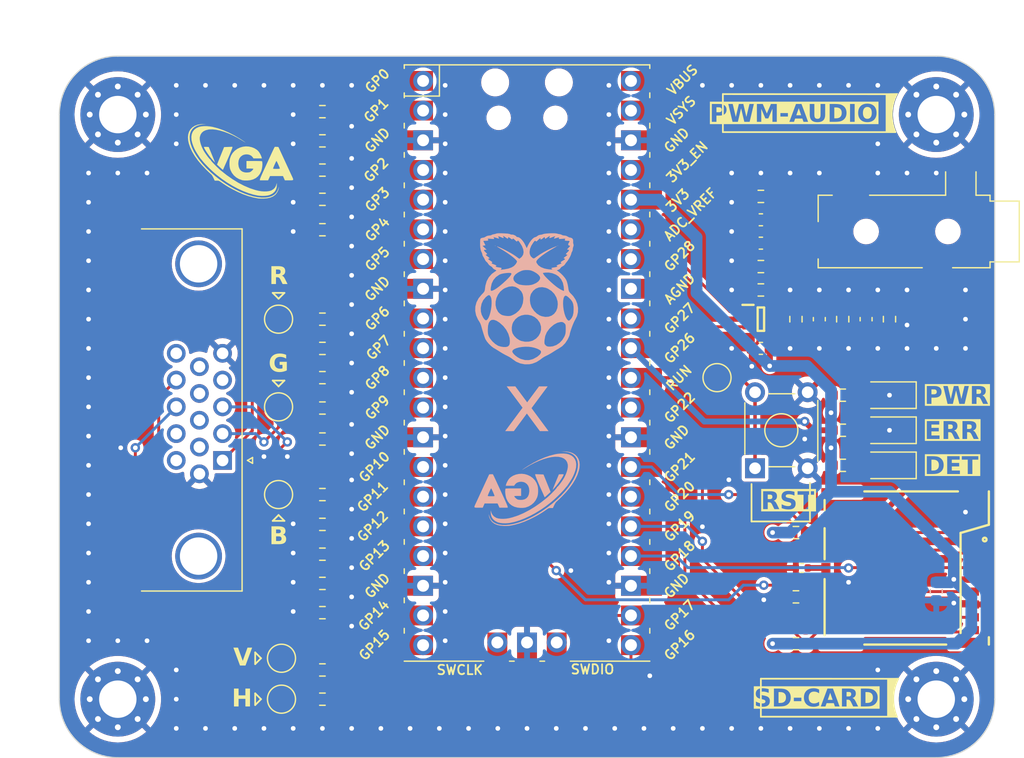
<source format=kicad_pcb>
(kicad_pcb (version 20221018) (generator pcbnew)
  (layers (0 "F.Cu" signal) (31 "B.Cu" signal) (34 "B.Paste" user) (35 "F.Paste" user) (36 "B.SilkS" user "B.Silkscreen") (37 "F.SilkS" user "F.Silkscreen") (38 "B.Mask" user) (39 "F.Mask" user) (44 "Edge.Cuts" user))
  (net 0 "")
  (net 1 "+3V3")
  (net 2 "GND")
  (net 3 "Net-(C3-Pad1)")
  (net 4 "Net-(C4-Pad2)")
  (net 5 "Net-(C5-Pad1)")
  (net 6 "Net-(C6-Pad2)")
  (net 7 "Net-(D1-K)")
  (net 8 "Net-(D1-A)")
  (net 9 "/SD_ERR_LED")
  (net 10 "/GPIO28")
  (net 11 "/GPIO27")
  (net 12 "Net-(IC1-Y2)")
  (net 13 "Net-(IC1-Y1)")
  (net 14 "/VGA_R")
  (net 15 "/VGA_G")
  (net 16 "/VGA_B")
  (net 20 "/HSYNC")
  (net 21 "/VSYNC")
  (net 23 "/SD_DAT2")
  (net 24 "/SD_DAT3")
  (net 25 "/SD_CMD")
  (net 26 "/SD_CLK")
  (net 27 "/SD_DAT0")
  (net 28 "/SD_DAT1")
  (net 29 "Net-(J2-SHIELD)")
  (net 30 "/GPIO4")
  (net 31 "/GPIO3")
  (net 32 "/GPIO2")
  (net 33 "/GPIO1")
  (net 34 "/GPIO0")
  (net 35 "/GPIO10")
  (net 36 "/GPIO9")
  (net 37 "/GPIO8")
  (net 38 "/GPIO7")
  (net 39 "/GPIO6")
  (net 40 "/GPIO15")
  (net 41 "/GPIO14")
  (net 42 "/GPIO13")
  (net 43 "/GPIO12")
  (net 44 "/GPIO11")
  (net 45 "Net-(U1-GPIO16)")
  (net 46 "Net-(U1-GPIO17)")
  (net 47 "Net-(U1-RUN)")
  (net 55 "Net-(D2-A)")
  (net 56 "Net-(D3-A)")
  (footprint "Module:RPi_Pico_SMD_TH" (layer "F.Cu") (at 155 81.25)
    (fp_text reference "U1" hide)
    (fp_text value "Pico")
  )
  (footprint "SamacSys_Parts:503398-1892" (layer "F.Cu") (at 194.5 92.23 -90)
    (fp_text reference "J2" hide)
    (fp_text value "Micro_SD_Card_Det1" hide)
  )
  (footprint "Resistor_SMD:R_0603_1608Metric" (layer "F.Cu") (at 178 95.75)
    (fp_text reference "R18" hide)
    (fp_text value "10k")
  )
  (footprint "Capacitor_SMD:C_0603_1608Metric" (layer "F.Cu") (at 180 77.5 90)
    (fp_text reference "C3" hide)
    (fp_text value "100n")
  )
  (footprint "TestPoint:TestPoint_Pad_D2.0mm" (layer "F.Cu") (at 133.75 92.5)
    (fp_text reference "TP3" hide)
    (fp_text value "TestPoint")
  )
  (footprint "Resistor_SMD:R_0603_1608Metric" (layer "F.Cu") (at 137.5 82.5 180)
    (fp_text reference "R8" hide)
    (fp_text value "2k")
  )
  (footprint "Resistor_SMD:R_0603_1608Metric" (layer "F.Cu") (at 137.5 59.75 180)
    (fp_text reference "R5" hide)
    (fp_text value "8.06k")
  )
  (footprint "Resistor_SMD:R_0603_1608Metric" (layer "F.Cu") (at 137.5 102.6 180)
    (fp_text reference "R11" hide)
    (fp_text value "499")
  )
  (footprint "TestPoint:TestPoint_Pad_D2.0mm" (layer "F.Cu") (at 133.75 85)
    (fp_text reference "TP2" hide)
    (fp_text value "TestPoint")
  )
  (footprint "Resistor_SMD:R_0603_1608Metric" (layer "F.Cu") (at 137.5 107.5 180)
    (fp_text reference "R17" hide)
    (fp_text value "47")
  )
  (footprint "Resistor_SMD:R_0603_1608Metric" (layer "F.Cu") (at 137.5 95.05 180)
    (fp_text reference "R14" hide)
    (fp_text value "4.02k")
  )
  (footprint "Resistor_SMD:R_0603_1608Metric" (layer "F.Cu") (at 137.5 110 180)
    (fp_text reference "R16" hide)
    (fp_text value "47")
  )
  (footprint "Resistor_SMD:R_0603_1608Metric" (layer "F.Cu") (at 182 87)
    (fp_text reference "R30" hide)
    (fp_text value "Dim")
  )
  (footprint "TestPoint:TestPoint_Pad_D2.0mm" (layer "F.Cu") (at 134 106.5 90)
    (fp_text reference "TP5" hide)
    (fp_text value "TestPoint")
  )
  (footprint "Resistor_SMD:R_0603_1608Metric" (layer "F.Cu") (at 137.5 92.5 180)
    (fp_text reference "R15" hide)
    (fp_text value "8.06k")
  )
  (footprint "Resistor_SMD:R_0603_1608Metric" (layer "F.Cu") (at 137.5 97.6 180)
    (fp_text reference "R13" hide)
    (fp_text value "2k")
  )
  (footprint "Capacitor_SMD:C_0603_1608Metric" (layer "F.Cu") (at 175 80 180)
    (fp_text reference "C2" hide)
    (fp_text value "100n")
  )
  (footprint "Resistor_SMD:R_0603_1608Metric" (layer "F.Cu") (at 137.5 80 180)
    (fp_text reference "R9" hide)
    (fp_text value "4.02k")
  )
  (footprint "Package_SO:SOP65P210X110-6N" (layer "F.Cu") (at 175 77.5)
    (fp_text reference "IC1" hide)
    (fp_text value "NC7WZ17P6X" hide)
  )
  (footprint "LED_SMD:LED_1206_3216Metric" (layer "F.Cu") (at 186 87 180)
    (fp_text reference "D3" hide)
    (fp_text value "LED")
  )
  (footprint "Resistor_SMD:R_0603_1608Metric" (layer "F.Cu") (at 178 105.25)
    (fp_text reference "R19" hide)
    (fp_text value "10k")
  )
  (footprint "Resistor_SMD:R_0603_1608Metric" (layer "F.Cu") (at 137.5 62.25 180)
    (fp_text reference "R4" hide)
    (fp_text value "4.02k")
  )
  (footprint "Button_Switch_THT:SW_TH_Tactile_Omron_B3F-10xx" (layer "F.Cu") (at 174.5 90.25 90)
    (fp_text reference "SW1" hide)
    (fp_text value "SW_MEC_5E")
  )
  (footprint "Resistor_SMD:R_0603_1608Metric" (layer "F.Cu") (at 137.5 64.75 180)
    (fp_text reference "R3" hide)
    (fp_text value "2k")
  )
  (footprint "Resistor_SMD:R_0603_1608Metric" (layer "F.Cu") (at 137.5 85.1 180)
    (fp_text reference "R7" hide)
    (fp_text value "1k")
  )
  (footprint "MountingHole:MountingHole_3.2mm_M3_Pad_Via" (layer "F.Cu") (at 120 60)
    (fp_text reference "H1" hide)
    (fp_text value "MountingHole_Pad")
  )
  (footprint "TestPoint:TestPoint_Pad_D2.0mm" (layer "F.Cu") (at 171.25 82.5)
    (fp_text reference "TP11" hide)
    (fp_text value "TestPoint")
  )
  (footprint "Symbol:VGA" (layer "F.Cu") (at 130.5 64)
    (fp_text reference "G***" hide)
    (fp_text value "LOGO" hide)
  )
  (footprint "Connector_Dsub:DSUB-15-HD_Female_Horizontal_P2.29x1.98mm_EdgePinOffset3.03mm_Housed_MountingHolesOffset4.94mm" (layer "F.Cu") (at 128.96 89.58 -90)
    (fp_text reference "J1" hide)
    (fp_text value "DE15_Plug_HighDensity")
  )
  (footprint "Resistor_SMD:R_0603_1608Metric" (layer "F.Cu") (at 175 75 180)
    (fp_text reference "R24" hide)
    (fp_text value "220")
  )
  (footprint "MountingHole:MountingHole_3.2mm_M3_Pad_Via" (layer "F.Cu") (at 120 110)
    (fp_text reference "H3" hide)
    (fp_text value "MountingHole_Pad")
  )
  (footprint "TestPoint:TestPoint_Pad_D2.0mm" (layer "F.Cu") (at 133.75 77.5)
    (fp_text reference "TP1" hide)
    (fp_text value "TestPoint")
  )
  (footprint "MountingHole:MountingHole_3.2mm_M3_Pad_Via" (layer "F.Cu") (at 190 60)
    (fp_text reference "H2" hide)
    (fp_text value "MountingHole_Pad")
  )
  (footprint "Resistor_SMD:R_0603_1608Metric" (layer "F.Cu") (at 137.5 69.85 180)
    (fp_text reference "R1" hide)
    (fp_text value "499")
  )
  (footprint "MountingHole:MountingHole_3.2mm_M3_Pad_Via" (layer "F.Cu") (at 190 110)
    (fp_text reference "H4" hide)
    (fp_text value "MountingHole_Pad")
  )
  (footprint "LED_SMD:LED_1206_3216Metric" (layer "F.Cu") (at 186 84 180)
    (fp_text reference "D2" hide)
    (fp_text value "LED")
  )
  (footprint "Resistor_SMD:R_0603_1608Metric" (layer "F.Cu") (at 137.5 77.5 180)
    (fp_text reference "R10" hide)
    (fp_text value "8.06k")
  )
  (footprint "Capacitor_SMD:C_0603_1608Metric" (layer "F.Cu") (at 175 71)
    (fp_text reference "C5" hide)
    (fp_text value "100n")
  )
  (footprint "Connector_Audio:Jack_3.5mm_CUI_SJ-3524-SMT_Horizontal" (layer "F.Cu") (at 188.5 70 -90)
    (fp_text reference "J3" hide)
    (fp_text value "AudioJack3")
  )
  (footprint "Capacitor_SMD:C_0603_1608Metric" (layer "F.Cu") (at 175 69)
    (fp_text reference "C6" hide)
    (fp_text value "47u")
  )
  (footprint "Resistor_SMD:R_0603_1608Metric" (layer "F.Cu") (at 178 77.5 -90)
    (fp_text reference "R25" hide)
    (fp_text value "220")
  )
  (footprint "Resistor_SMD:R_0603_1608Metric" (layer "F.Cu") (at 182 77.5 -90)
    (fp_text reference "R27" hide)
    (fp_text value "100")
  )
  (footprint "Resistor_SMD:R_0603_1608Metric" (layer "F.Cu") (at 175 73 180)
    (fp_text reference "R26" hide)
    (fp_text value "100")
  )
  (footprint "LED_SMD:LED_1206_3216Metric" (layer "F.Cu") (at 186 90 180)
    (fp_text reference "D1" hide)
    (fp_text value "LED")
  )
  (footprint "TestPoint:TestPoint_Pad_D2.0mm" (layer "F.Cu") (at 134 110 90)
    (fp_text reference "TP4" hide)
    (fp_text value "TestPoint")
  )
  (footprint "Resistor_SMD:R_0603_1608Metric" (layer "F.Cu") (at 186 77.5 90)
    (fp_text reference "R28" hide)
    (fp_text value "1.8k")
  )
  (footprint "Resistor_SMD:R_0603_1608Metric" (layer "F.Cu") (at 137.5 87.75 180)
    (fp_text reference "R6" hide)
    (fp_text value "499")
  )
  (footprint "Resistor_SMD:R_0603_1608Metric" (layer "F.Cu") (at 182 90)
    (fp_text reference "R21" hide)
    (fp_text value "Dim")
  )
  (footprint "Resistor_SMD:R_0402_1005Metric" (layer "F.Cu") (at 178.5 98.78)
    (fp_text reference "R22" hide)
    (fp_text value "R_Smol")
  )
  (footprint "Resistor_SMD:R_0603_1608Metric" (layer "F.Cu") (at 137.5 67.25 180)
    (fp_text reference "R2" hide)
    (fp_text value "1k")
  )
  (footprint "Resistor_SMD:R_0603_1608Metric" (layer "F.Cu") (at 175 67)
    (fp_text reference "R29" hide)
    (fp_text value "1.8k")
  )
  (footprint "Capacitor_SMD:C_0603_1608Metric" (layer "F.Cu") (at 184 77.5 90)
    (fp_text reference "C4" hide)
    (fp_text value "47u")
  )
  (footprint "Resistor_SMD:R_0603_1608Metric" (layer "F.Cu") (at 178 101.25 180)
    (fp_text reference "R20" hide)
    (fp_text value "n.b.")
  )
  (footprint "Resistor_SMD:R_0603_1608Metric" (layer "F.Cu") (at 182 84 180)
    (fp_text reference "R23" hide)
    (fp_text value "Dim")
  )
  (footprint "Resistor_SMD:R_0603_1608Metric" (layer "F.Cu") (at 137.5 100.1 180)
    (fp_text reference "R12" hide)
    (fp_text value "1k")
  )
  (footprint "Symbol:VGA" (layer "B.Cu") (at 155 92 180)
    (fp_text reference "G***" hide)
    (fp_text value "LOGO" hide)
  )
  (footprint "Symbol:RasPi" (layer "B.Cu") (at 155 75.75 180)
    (fp_text reference "G***" hide)
    (fp_text value "LOGO" hide)
  )
  (footprint "Capacitor_SMD:C_0603_1608Metric" (layer "B.Cu") (at 190 100.78 -90)
    (fp_text reference "C1" hide)
    (fp_text value "10u")
  )
  (gr_line (start 171.75 61.5) (end 171.75 58.25) (stroke (width 0.15)) (layer "F.SilkS"))
  (gr_line (start 186.739271 108.257346) (end 175 108.25) (stroke (width 0.15)) (layer "F.SilkS"))
  (gr_line (start 131.75 109.5) (end 132.25 110) (stroke (width 0.15)) (layer "F.SilkS"))
  (gr_line (start 132.25 106.5) (end 131.75 107) (stroke (width 0.15)) (layer "F.SilkS"))
  (gr_poly (pts (arc (start 186.739271 108.257346) (mid 186.319476 109.865893) (end 186.625 111.5)) (xy 185.874999 111.45) (xy 185.874999 108.275)) (stroke (width 0.15)) (fill solid) (layer "F.SilkS"))
  (gr_line (start 175 111.5) (end 186.625 111.5) (stroke (width 0.15)) (layer "F.SilkS"))
  (gr_line (start 133.25 82.75) (end 134.25 82.75) (stroke (width 0.15)) (layer "F.SilkS"))
  (gr_line (start 133.75 94.25) (end 134.25 94.75) (stroke (width 0.15)) (layer "F.SilkS"))
  (gr_line (start 133.75 75.75) (end 133.25 75.25) (stroke (width 0.15)) (layer "F.SilkS"))
  (gr_line (start 175 111.5) (end 175 108.25) (stroke (width 0.15)) (layer "F.SilkS"))
  (gr_line (start 134.25 94.75) (end 133.25 94.75) (stroke (width 0.15)) (layer "F.SilkS"))
  (gr_line (start 171.75 61.5) (end 186.500001 61.5) (stroke (width 0.15)) (layer "F.SilkS"))
  (gr_line (start 132.25 110) (end 131.75 110.5) (stroke (width 0.15)) (layer "F.SilkS"))
  (gr_line (start 134.25 75.25) (end 133.75 75.75) (stroke (width 0.15)) (layer "F.SilkS"))
  (gr_line (start 186.614272 58.257346) (end 171.75 58.25) (stroke (width 0.15)) (layer "F.SilkS"))
  (gr_line (start 131.75 110.5) (end 131.75 109.5) (stroke (width 0.15)) (layer "F.SilkS"))
  (gr_line (start 179.2 91.5) (end 179.2 94.8) (stroke (width 0.15)) (layer "F.SilkS"))
  (gr_line (start 133.25 94.75) (end 133.75 94.25) (stroke (width 0.15)) (layer "F.SilkS"))
  (gr_poly (pts (arc (start 186.614272 58.257346) (mid 186.194477 59.865893) (end 186.500001 61.5)) (xy 185.75 61.45) (xy 185.75 58.275)) (stroke (width 0.15)) (fill solid) (layer "F.SilkS"))
  (gr_line (start 131.75 106) (end 132.25 106.5) (stroke (width 0.15)) (layer "F.SilkS"))
  (gr_line (start 133.25 75.25) (end 134.25 75.25) (stroke (width 0.15)) (layer "F.SilkS"))
  (gr_line (start 179.2 94.8) (end 174.2 94.8) (stroke (width 0.15)) (layer "F.SilkS"))
  (gr_line (start 134.25 82.75) (end 133.75 83.25) (stroke (width 0.15)) (layer "F.SilkS"))
  (gr_line (start 133.75 83.25) (end 133.25 82.75) (stroke (width 0.15)) (layer "F.SilkS"))
  (gr_line (start 174.2 91.6) (end 174.2 94.8) (stroke (width 0.15)) (layer "F.SilkS"))
  (gr_line (start 131.75 107) (end 131.75 106) (stroke (width 0.15)) (layer "F.SilkS"))
  (gr_line (start 120 55) (end 190 55) (stroke (width 0.1)) (layer "Edge.Cuts"))
  (gr_arc (start 115 60) (mid 116.464466 56.464466) (end 120 55) (stroke (width 0.1)) (layer "Edge.Cuts"))
  (gr_arc (start 190 55) (mid 193.535534 56.464466) (end 195 60) (stroke (width 0.1)) (layer "Edge.Cuts"))
  (gr_line (start 195 60) (end 195 110) (stroke (width 0.1)) (layer "Edge.Cuts"))
  (gr_line (start 115 110) (end 115 60) (stroke (width 0.1)) (layer "Edge.Cuts"))
  (gr_line (start 190 115) (end 120 115) (stroke (width 0.1)) (layer "Edge.Cuts"))
  (gr_arc (start 120 115) (mid 116.464466 113.535534) (end 115 110) (stroke (width 0.1)) (layer "Edge.Cuts"))
  (gr_arc (start 195 110) (mid 193.535534 113.535534) (end 190 115) (stroke (width 0.1)) (layer "Edge.Cuts"))
  (gr_text "x" (at 155 85) (layer "B.SilkS") (effects (font (size 5 5) (thickness 0.7))))
  (gr_text "DET" (at 189 91) (layer "F.SilkS" knockout) (effects (font (size 1.5 1.5) (thickness 0.3) bold) (justify left bottom)))
  (gr_text "R" (at 133.75 74.75) (layer "F.SilkS") (effects (font (size 1.5 1.5) (thickness 0.3) bold) (justify bottom)))
  (gr_text "ERR" (at 189 88) (layer "F.SilkS" knockout) (effects (font (size 1.5 1.5) (thickness 0.3) bold) (justify left bottom)))
  (gr_text "PWM-AUDIO" (at 185 60) (layer "F.SilkS" knockout) (effects (font (size 1.5 1.5) (thickness 0.3) bold) (justify right)))
  (gr_text "G" (at 133.75 82.25) (layer "F.SilkS") (effects (font (size 1.5 1.5) (thickness 0.3) bold) (justify bottom)))
  (gr_text "H" (at 131.5 110) (layer "F.SilkS") (effects (font (size 1.5 1.5) (thickness 0.3) bold) (justify right)))
  (gr_text "B" (at 133.75 97) (layer "F.SilkS") (effects (font (size 1.5 1.5) (thickness 0.3) bold) (justify bottom)))
  (gr_text "SD-CARD" (at 185.1 110) (layer "F.SilkS" knockout) (effects (font (size 1.5 1.5) (thickness 0.3) bold) (justify right)))
  (gr_text "PWR" (at 189 85) (layer "F.SilkS" knockout) (effects (font (size 1.5 1.5) (thickness 0.3) bold) (justify left bottom)))
  (gr_text "RST" (at 175 94) (layer "F.SilkS" knockout) (effects (font (size 1.5 1.5) (thickness 0.3) bold) (justify left bottom)))
  (gr_text "V" (at 131.5 106.5) (layer "F.SilkS") (effects (font (size 1.5 1.5) (thickness 0.3) bold) (justify right)))
  (segment (start 191.5 99.75) (end 193.05 99.75) (width 0.5) (layer "F.Cu") (net 1))
  (segment (start 175.325 77.5) (end 175.275 77.55) (width 0.3) (layer "F.Cu") (net 1))
  (segment (start 175.275 77.55) (end 175.275 79.5) (width 0.3) (layer "F.Cu") (net 1))
  (segment (start 181 88.5) (end 181.175 88.675) (width 0.5) (layer "F.Cu") (net 1))
  (segment (start 181.175 85.325) (end 181.175 84) (width 0.5) (layer "F.Cu") (net 1))
  (segment (start 175.775 81.475) (end 175.75 81.5) (width 0.5) (layer "F.Cu") (net 1))
  (segment (start 177.175 105.25) (end 176 105.25) (width 0.5) (layer "F.Cu") (net 1))
  (segment (start 175.775 80) (end 175.775 81.475) (width 0.5) (layer "F.Cu") (net 1))
  (segment (start 181.175 88.675) (end 181.175 90) (width 0.5) (layer "F.Cu") (net 1))
  (segment (start 176.1 77.5) (end 175.325 77.5) (width 0.3) (layer "F.Cu") (net 1))
  (segment (start 193.05 99.75) (end 193.1 99.7) (width 0.5) (layer "F.Cu") (net 1))
  (segment (start 175.275 79.5) (end 175.775 80) (width 0.3) (layer "F.Cu") (net 1))
  (segment (start 181 85.5) (end 181.175 85.325) (width 0.5) (layer "F.Cu") (net 1))
  (segment (start 177.175 95.75) (end 176 95.75) (width 0.5) (layer "F.Cu") (net 1))
  (via (at 175.75 81.5) (size 0.8) (drill 0.4) (layers "F.Cu" "B.Cu") (net 1))
  (via (at 191.5 99.75) (size 0.8) (drill 0.4) (layers "F.Cu" "B.Cu") (net 1))
  (via (at 181 88.5) (size 0.8) (drill 0.4) (layers "F.Cu" "B.Cu") (net 1))
  (via (at 181 85.5) (size 0.8) (drill 0.4) (layers "F.Cu" "B.Cu") (net 1))
  (via (at 176 105.25) (size 0.8) (drill 0.4) (layers "F.Cu" "B.Cu") (net 1))
  (via (at 176 95.75) (size 0.8) (drill 0.4) (layers "F.Cu" "B.Cu") (net 1))
  (segment (start 181 92.25) (end 186 92.25) (width 1) (layer "B.Cu") (net 1))
  (segment (start 193 101.25) (end 193 104) (width 1) (layer "B.Cu") (net 1))
  (segment (start 181 85.5) (end 181 83.557968) (width 1) (layer "B.Cu") (net 1))
  (segment (start 193 104) (end 191.75 105.25) (width 1) (layer "B.Cu") (net 1))
  (segment (start 169.5 70.5) (end 169.5 75.25) (width 1) (layer "B.Cu") (net 1))
  (segment (start 166.28 67.28) (end 169.5 70.5) (width 1) (layer "B.Cu") (net 1))
  (segment (start 181 83.557968) (end 178.942032 81.5) (width 1) (layer "B.Cu") (net 1))
  (segment (start 181 88.5) (end 181 85.5) (width 1) (layer "B.Cu") (net 1))
  (segment (start 163.89 67.28) (end 166.28 67.28) (width 1) (layer "B.Cu") (net 1))
  (segment (start 191.5 97.75) (end 191.5 99.75) (width 1) (layer "B.Cu") (net 1))
  (segment (start 177.5 95.75) (end 181 92.25) (width 1) (layer "B.Cu") (net 1))
  (segment (start 190 100.005) (end 191.245 100.005) (width 1) (layer "B.Cu") (net 1))
  (segment (start 186 92.25) (end 191.5 97.75) (width 1) (layer "B.Cu") (net 1))
  (segment (start 191.5 99.75) (end 193 101.25) (width 1) (layer "B.Cu") (net 1))
  (segment (start 169.5 75.25) (end 175.75 81.5) (width 1) (layer "B.Cu") (net 1))
  (segment (start 191.245 100.005) (end 191.5 99.75) (width 1) (layer "B.Cu") (net 1))
  (segment (start 176 95.75) (end 177.5 95.75) (width 1) (layer "B.Cu") (net 1))
  (segment (start 178.942032 81.5) (end 175.75 81.5) (width 1) (layer "B.Cu") (net 1))
  (segment (start 181 88.5) (end 181 92.25) (width 1) (layer "B.Cu") (net 1))
  (segment (start 191.75 105.25) (end 176 105.25) (width 1) (layer "B.Cu") (net 1))
  (segment (start 174.225 81.525) (end 174.222182 81.527818) (width 0.5) (layer "F.Cu") (net 2))
  (segment (start 193.1 101.9) (end 192.98 101.78) (width 0.5) (layer "F.Cu") (net 2))
  (segment (start 192.98 101.78) (end 191.5 101.78) (width 0.5) (layer "F.Cu") (net 2))
  (segment (start 174.775 77.6) (end 174.775 79.45) (width 0.3) (layer "F.Cu") (net 2))
  (segment (start 186 78.325) (end 187.175 78.325) (width 0.5) (layer "F.Cu") (net 2))
  (segment (start 173.9 77.5) (end 174.675 77.5) (width 0.3) (layer "F.Cu") (net 2))
  (segment (start 174.225 80) (end 174.225 81.525) (width 0.5) (layer "F.Cu") (net 2))
  (segment (start 187.4 84) (end 186 84) (width 0.5) (layer "F.Cu") (net 2))
  (segment (start 187.175 78.325) (end 187.5 78) (width 0.5) (layer "F.Cu") (net 2))
  (segment (start 174.675 77.5) (end 174.775 77.6) (width 0.3) (layer "F.Cu") (net 2))
  (segment (start 187.4 87) (end 186 87) (width 0.5) (layer "F.Cu") (net 2))
  (segment (start 174.775 79.45) (end 174.225 80) (width 0.3) (layer "F.Cu") (net 2))
  (via (at 175 112.5) (size 0.8) (drill 0.4) (layers "F.Cu" "B.Cu") (net 2))
  (via (at 182.5 112.5) (size 0.8) (drill 0.4) (layers "F.Cu" "B.Cu") (net 2))
  (via (at 172.5 112.5) (size 0.8) (drill 0.4) (layers "F.Cu" "B.Cu") (net 2))
  (via (at 117.5 77.5) (size 0.8) (drill 0.4) (layers "F.Cu" "B.Cu") (net 2))
  (via (at 148 90) (size 0.8) (drill 0.4) (layers "F.Cu" "B.Cu") (net 2))
  (via (at 162 70) (size 0.8) (drill 0.4) (layers "F.Cu" "B.Cu") (net 2))
  (via (at 148 87.5) (size 0.8) (drill 0.4) (layers "F.Cu" "B.Cu") (net 2))
  (via (at 177.5 75) (size 0.8) (drill 0.4) (layers "F.Cu" "B.Cu") (net 2))
  (via (at 157.5 112.5) (size 0.8) (drill 0.4) (layers "F.Cu" "B.Cu") (net 2))
  (via (at 148 82.5) (size 0.8) (drill 0.4) (layers "F.Cu" "B.Cu") (net 2))
  (via (at 148 72.5) (size 0.8) (drill 0.4) (layers "F.Cu" "B.Cu") (net 2))
  (via (at 125 57.5) (size 0.8) (drill 0.4) (layers "F.Cu" "B.Cu") (net 2))
  (via (at 148 60) (size 0.8) (drill 0.4) (layers "F.Cu" "B.Cu") (net 2))
  (via (at 117.5 82.5) (size 0.8) (drill 0.4) (layers "F.Cu" "B.Cu") (net 2))
  (via (at 172.5 70) (size 0.8) (drill 0.4) (layers "F.Cu" "B.Cu") (net 2))
  (via (at 162 72.5) (size 0.8) (drill 0.4) (layers "F.Cu" "B.Cu") (net 2))
  (via (at 177.5 112.5) (size 0.8) (drill 0.4) (layers "F.Cu" "B.Cu") (net 2))
  (via (at 190 65) (size 0.8) (drill 0.4) (layers "F.Cu" "B.Cu") (net 2))
  (via (at 162 57.5) (size 0.8) (drill 0.4) (layers "F.Cu" "B.Cu") (net 2))
  (via (at 140 63.75) (size 0.8) (drill 0.4) (layers "F.Cu" "B.Cu") (net 2))
  (via (at 185 112.5) (size 0.8) (drill 0.4) (layers "F.Cu" "B.Cu") (net 2))
  (via (at 185 107.5) (size 0.8) (drill 0.4) (layers "F.Cu" "B.Cu") (net 2))
  (via (at 187.5 75) (size 0.8) (drill 0.4) (layers "F.Cu" "B.Cu") (net 2))
  (via (at 140 96.25) (size 0.8) (drill 0.4) (layers "F.Cu" "B.Cu") (net 2))
  (via (at 185 57.5) (size 0.8) (drill 0.4) (layers "F.Cu" "B.Cu") (net 2))
  (via (at 125 60) (size 0.8) (drill 0.4) (layers "F.Cu" "B.Cu") (net 2))
  (via (at 180 65) (size 0.8) (drill 0.4) (layers "F.Cu" "B.Cu") (net 2))
  (via (at 117.5 65) (size 0.8) (drill 0.4) (layers "F.Cu" "B.Cu") (net 2))
  (via (at 180 57.5) (size 0.8) (drill 0.4) (layers "F.Cu" "B.Cu") (net 2))
  (via (at 148 95) (size 0.8) (drill 0.4) (layers "F.Cu" "B.Cu") (net 2))
  (via (at 167.5 112.5) (size 0.8) (drill 0.4) (layers "F.Cu" "B.Cu") (net 2))
  (via (at 186 87) (size 0.8) (drill 0.4) (layers "F.Cu" "B.Cu") (net 2))
  (via (at 187.5 78) (size 0.8) (drill 0.4) (layers "F.Cu" "B.Cu") (net 2))
  (via (at 148 75) (size 0.8) (drill 0.4) (layers "F.Cu" "B.Cu") (net 2))
  (via (at 192.5 80) (size 0.8) (drill 0.4) (layers "F.Cu" "B.Cu") (net 2))
  (via (at 120 105) (size 0.8) (drill 0.4) (layers "F.Cu" "B.Cu") (net 2))
  (via (at 162 105) (size 0.8) (drill 0.4) (layers "F.Cu" "B.Cu") (net 2))
  (via (at 162 82.5) (size 0.8) (drill 0.4) (layers "F.Cu" "B.Cu") (net 2))
  (via (at 127.5 57.5) (size 0.8) (drill 0.4) (layers "F.Cu" "B.Cu") (net 2))
  (via (at 117.5 95) (size 0.8) (drill 0.4) (layers "F.Cu" "B.Cu") (net 2))
  (via (at 117.5 100) (size 0.8) (drill 0.4) (layers "F.Cu" "B.Cu") (net 2))
  (via (at 132.5 57.5) (size 0.8) (drill 0.4) (layers "F.Cu" "B.Cu") (net 2))
  (via (at 175 57.5) (size 0.8) (drill 0.4) (layers "F.Cu" "B.Cu") (net 2))
  (via (at 185 75) (size 0.8) (drill 0.4) (layers "F.Cu" "B.Cu") (net 2))
  (via (at 192.5 75) (size 0.8) (drill 0.4) (layers "F.Cu" "B.Cu") (net 2))
  (via (at 137.5 57.5) (size 0.8) (drill 0.4) (layers "F.Cu" "B.Cu") (net 2))
  (via (at 140 73.75) (size 0.8) (drill 0.4) (layers "F.Cu" "B.Cu") (net 2))
  (via (at 180 80) (size 0.8) (drill 0.4) (layers "F.Cu" "B.Cu") (net 2))
  (via (at 148 92.5) (size 0.8) (drill 0.4) (layers "F.Cu" "B.Cu") (net 2))
  (via (at 178.75 87.75) (size 0.8) (drill 0.4) (layers "F.Cu" "B.Cu") (net 2))
  (via (at 140 71.249998) (size 0.8) (drill 0.4) (layers "F.Cu" "B.Cu") (net 2))
  (via (at 170 112.5) (size 0.8) (drill 0.4) (layers "F.Cu" "B.Cu") (net 2))
  (via (at 135 57.5) (size 0.8) (drill 0.4) (layers "F.Cu" "B.Cu") (net 2))
  (via (at 140 101.250002) (size 0.8) (drill 0.4) (layers "F.Cu" "B.Cu") (net 2))
  (via (at 117.5 75) (size 0.8) (drill 0.4) (layers "F.Cu" "B.Cu") (net 2))
  (via (at 125 107.5) (size 0.8) (drill 0.4) (layers "F.Cu" "B.Cu") (net 2))
  (via (at 170 57.5) (size 0.8) (drill 0.4) (layers "F.Cu" "B.Cu") (net 2))
  (via (at 177.5 80) (size 0.8) (drill 0.4) (layers "F.Cu" "B.Cu") (net 2))
  (via (at 162 95) (size 0.8) (drill 0.4) (layers "F.Cu" "B.Cu") (net 2))
  (via (at 135 112.5) (size 0.8) (drill 0.4) (layers "F.Cu" "B.Cu") (net 2))
  (via (at 117.5 87.5) (size 0.8) (drill 0.4) (layers "F.Cu" "B.Cu") (net 2))
  (via (at 148 80) (size 0.8) (drill 0.4) (layers "F.Cu" "B.Cu") (net 2))
  (via (at 148 57.5) (size 0.8) (drill 0.4) (layers "F.Cu" "B.Cu") (net 2))
  (via (at 162 75) (size 0.8) (drill 0.4) (layers "F.Cu" "B.Cu") (net 2))
  (via (at 140 61) (size 0.8) (drill 0.4) (layers "F.Cu" "B.Cu") (net 2))
  (via (at 172.5 75) (size 0.8) (drill 0.4) (layers "F.Cu" "B.Cu") (net 2))
  (via (at 148 67.5) (size 0.8) (drill 0.4) (layers "F.Cu" "B.Cu") (net 2))
  (via (at 132.5 112.5) (size 0.8) (drill 0.4) (layers "F.Cu" "B.Cu") (net 2))
  (via (at 185 62.5) (size 0.8) (drill 0.4) (layers "F.Cu" "B.Cu") (net 2))
  (via (at 117.5 97.5) (size 0.8) (drill 0.4) (layers "F.Cu" "B.Cu") (net 2))
  (via (at 182.5 57.5) (size 0.8) (drill 0.4) (layers "F.Cu" "B.Cu") (net 2))
  (via (at 130 57.5) (size 0.8) (drill 0.4) (layers "F.Cu" "B.Cu") (net 2))
  (via (at 148 65) (size 0.8) (drill 0.4) (layers "F.Cu" "B.Cu") (net 2))
  (via (at 182.5 75) (size 0.8) (drill 0.4) (layers "F.Cu" "B.Cu") (net 2))
  (via (at 174.222182 81.527818) (size 0.8) (drill 0.4) (layers "F.Cu" "B.Cu") (net 2))
  (via (at 177.5 57.5) (size 0.8) (drill 0.4) (layers "F.Cu" "B.Cu") (net 2))
  (via (at 190 80) (size 0.8) (drill 0.4) (layers "F.Cu" "B.Cu") (net 2))
  (via (at 175 65) (size 0.8) (drill 0.4) (layers "F.Cu" "B.Cu") (net 2))
  (via (at 150 112.5) (size 0.8) (drill 0.4) (layers "F.Cu" "B.Cu") (net 2))
  (via (at 160 112.5) (size 0.8) (drill 0.4) (layers "F.Cu" "B.Cu") (net 2))
  (via (at 140 68.75) (size 0.8) (drill 0.4) (layers "F.Cu" "B.Cu") (net 2))
  (via (at 122.5 105) (size 0.8) (drill 0.4) (layers "F.Cu" "B.Cu") (net 2))
  (via (at 120 65) (size 0.8) (drill 0.4) (layers "F.Cu" "B.Cu") (net 2))
  (via (at 140 93.75) (size 0.8) (drill 0.4) (layers "F.Cu" "B.Cu") (net 2))
  (via (at 140 81.25) (size 0.8) (drill 0.4) (layers "F.Cu" "B.Cu") (net 2))
  (via (at 140 83.75) (size 0.8) (drill 0.4) (layers "F.Cu" "B.Cu") (net 2))
  (via (at 117.5 105) (size 0.8) (drill 0.4) (layers "F.Cu" "B.Cu") (net 2))
  (via (at 117.5 72.5) (size 0.8) (drill 0.4) (layers "F.Cu" "B.Cu") (net 2))
  (via (at 117.5 85) (size 0.8) (drill 0.4) (layers "F.Cu" "B.Cu") (net 2))
  (via (at 117.5 102.5) (size 0.8) (drill 0.4) (layers "F.Cu" "B.Cu") (net 2))
  (via (at 148 102.5) (size 0.8) (drill 0.4) (layers "F.Cu" "B.Cu") (net 2))
  (via (at 125 112.5) (size 0.8) (drill 0.4) (layers "F.Cu" "B.Cu") (net 2))
  (via (at 125 62.5) (size 0.8) (drill 0.4) (layers "F.Cu" "B.Cu") (net 2))
  (via (at 162 62.5) (size 0.8) (drill 0.4) (layers "F.Cu" "B.Cu") (net 2))
  (via (at 182.5 100) (size 0.8) (drill 0.4) (layers "F.Cu" "B.Cu") (net 2))
  (via (at 135 100) (size 0.8) (drill 0.4) (layers "F.Cu" "B.Cu") (net 2))
  (via (at 162 77.5) (size 0.8) (drill 0.4) (layers "F.Cu" "B.Cu") (net 2))
  (via (at 182.5 80) (size 0.8) (drill 0.4) (layers "F.Cu" "B.Cu") (net 2))
  (via (at 162 80) (size 0.8) (drill 0.4) (layers "F.Cu" "B.Cu") (net 2))
  (via (at 158.75 99) (size 0.8) (drill 0.4) (layers "F.Cu" "B.Cu") (net 2))
  (via (at 130 112.5) (size 0.8) (drill 0.4) (layers "F.Cu" "B.Cu") (net 2))
  (via (at 165.5 108) (size 0.8) (drill 0.4) (layers "F.Cu" "B.Cu") (net 2))
  (via (at 191.5 101.78) (size 0.8) (drill 0.4) (layers "F.Cu" "B.Cu") (net 2))
  (via (at 172.5 57.5) (size 0.8) (drill 0.4) (layers "F.Cu" "B.Cu") (net 2))
  (via (at 162 97.5) (size 0.8) (drill 0.4) (layers "F.Cu" "B.Cu") (net 2))
  (via (at 155 112.5) (size 0.8) (drill 0.4) (layers "F.Cu" "B.Cu") (net 2))
  (via (at 162 100) (size 0.8) (drill 0.4) (layers "F.Cu" "B.Cu") (net 2))
  (via (at 175.25 101.5) (size 0.8) (drill 0.4) (layers "F.Cu" "B.Cu") (net 2))
  (via (at 172.262654 91.237346) (size 0.8) (drill 0.4) (layers "F.Cu" "B.Cu") (net 2))
  (via (at 140 98.75) (size 0.8) (drill 0.4) (layers "F.Cu" "B.Cu") (net 2))
  (via (at 192.5 77.5) (size 0.8) (drill 0.4) (layers "F.Cu" "B.Cu") (net 2))
  (via (at 135 62.5) (size 0.8) (drill 0.4) (layers "F.Cu" "B.Cu") (net 2))
  (via (at 135 97.5) (size 0.8) (drill 0.4) (layers "F.Cu" "B.Cu") (net 2))
  (via (at 192.5 94) (size 0.8) (drill 0.4) (layers "F.Cu" "B.Cu") (net 2))
  (via (at 140 76.25) (size 0.8) (drill 0.4) (layers "F.Cu" "B.Cu") (net 2))
  (via (at 180 75) (size 0.8) (drill 0.4) (layers "F.Cu" "B.Cu") (net 2))
  (via (at 187.5 65) (size 0.8) (drill 0.4) (layers "F.Cu" "B.Cu") (net 2))
  (via (at 117.5 90) (size 0.8) (drill 0.4) (layers "F.Cu" "B.Cu") (net 2))
  (via (at 148 100) (size 0.8) (drill 0.4) (layers "F.Cu" "B.Cu") (net 2))
  (via (at 162 60) (size 0.8) (drill 0.4) (layers "F.Cu" "B.Cu") (net 2))
  (via (at 185 80) (size 0.8) (drill 0.4) (layers "F.Cu" "B.Cu") (net 2))
  (via (at 132.5 89.25) (size 0.8) (drill 0.4) (layers "F.Cu" "B.Cu") (net 2))
  (via (at 172.5 80) (size 0.8) (drill 0.4) (layers "F.Cu" "B.Cu") (net 2))
  (via (at 152.5 112.5) (size 0.8) (drill 0.4) (layers "F.Cu" "B.Cu") (net 2))
  (via (at 140 86.5) (size 0.8) (drill 0.4) (layers "F.Cu" "B.Cu") (net 2))
  (via (at 170 95.25) (size 0.8) (drill 0.4) (layers "F.Cu" "B.Cu") (net 2))
  (via (at 137.5 112.5) (size 0.8) (drill 0.4) (layers "F.Cu" "B.Cu") (net 2))
  (via (at 147.5 112.5) (size 0.8) (drill 0.4) (layers "F.Cu" "B.Cu") (net 2))
  (via (at 117.5 92.5) (size 0.8) (drill 0.4) (layers "F.Cu" "B.Cu") (net 2))
  (via (at 148 85) (size 0.8) (drill 0.4) (layers "F.Cu" "B.Cu") (net 2))
  (via (at 162.000002 85) (size 0.8) (drill 0.4) (layers "F.Cu" "B.Cu") (net 2))
  (via (at 120.25 88.5) (size 0.8) (drill 0.4) (layers "F.Cu" "B.Cu") (net 2))
  (via (at 162 87.5) (size 0.8) (drill 0.4) (layers "F.Cu" "B.Cu") (net 2))
  (via (at 140 57.5) (size 0.8) (drill 0.4) (layers "F.Cu" "B.Cu") (net 2))
  (via (at 122.5 65) (size 0.8) (drill 0.4) (layers "F.Cu" "B.Cu") (net 2))
  (via (at 148 70) (size 0.8) (drill 0.4) (layers "F.Cu" "B.Cu") (net 2))
  (via (at 145 112.5) (size 0.8) (drill 0.4) (layers "F.Cu" "B.Cu") (net 2))
  (via (at 172.5 72.5) (size 0.8) (drill 0.4) (layers "F.Cu" "B.Cu") (net 2))
  (via (at 140 89) (size 0.8) (drill 0.4) (layers "F.Cu" "B.Cu") (net 2))
  (via (at 127.5 112.5) (size 0.8) (drill 0.4) (layers "F.Cu" "B.Cu") (net 2))
  (via (at 162.5 112.5) (size 0.8) (drill 0.4) (layers "F.Cu" "B.Cu") (net 2))
  (via (at 140 112.5) (size 0.8) (drill 0.4) (layers "F.Cu" "B.Cu") (net 2))
  (via (at 148 62.5) (size 0.8) (drill 0.4) (layers "F.Cu" "B.Cu") (net 2))
  (via (at 185 65) (size 0.8) (drill 0.4) (layers "F.Cu" "B.Cu") (net 2))
  (via (at 134.5 89.25) (size 0.8) (drill 0.4) (layers "F.Cu" "B.Cu") (net 2))
  (via (at 186 84) (size 0.8) (drill 0.4) (layers "F.Cu" "B.Cu") (net 2))
  (via (at 142.5 112.5) (size 0.8) (drill 0.4) (layers "F.Cu" "B.Cu") (net 2))
  (via (at 187.5 80) (size 0.8) (drill 0.4) (layers "F.Cu" "B.Cu") (net 2))
  (via (at 140 66.25) (size 0.8) (drill 0.4) (layers "F.Cu" "B.Cu") (net 2))
  (via (at 162 90) (size 0.8) (drill 0.4) (layers "F.Cu" "B.Cu") (net 2))
  (via (at 180 112.5) (size 0.8) (drill 0.4) (layers "F.Cu" "B.Cu") (net 2))
  (via (at 135 67.5) (size 0.8) (drill 0.4) (layers "F.Cu" "B.Cu") (net 2))
  (via (at 140 78.75) (size 0.8) (drill 0.4) (layers "F.Cu" "B.Cu") (net 2))
  (via (at 148 97.5) (size 0.8) (drill 0.4) (layers "F.Cu" "B.Cu") (net 2))
  (via (at 172.5 67.5) (size 0.8) (drill 0.4) (layers "F.Cu" "B.Cu") (net 2))
  (via (at 125 110) (size 0.8) (drill 0.4) (layers "F.Cu" "B.Cu") (net 2))
  (via (at 148 105) (size 0.8) (drill 0.4) (layers "F.Cu" "B.Cu") (net 2))
  (via (at 177.5 65) (size 0.8) (drill 0.4) (layers "F.Cu" "B.Cu") (net 2))
  (via (at 162 92.5) (size 0.8) (drill 0.4) (layers "F.Cu" "B.Cu") (net 2))
  (via (at 135 70) (size 0.8) (drill 0.4) (layers "F.Cu" "B.Cu") (net 2))
  (via (at 140 91.25) (size 0.8) (drill 0.4) (layers "F.Cu" "B.Cu") (net 2))
  (via (at 162 65) (size 0.8) (drill 0.4) (layers "F.Cu" "B.Cu") (net 2))
  (via (at 117.5 80) (size 0.8) (drill 0.4) (layers "F.Cu" "B.Cu") (net 2))
  (via (at 135 95) (size 0.8) (drill 0.4) (layers "F.Cu" "B.Cu") (net 2))
  (via (at 172.5 65) (size 0.8) (drill 0.4) (layers "F.Cu" "B.Cu") (net 2))
  (via (at 165 112.5) (size 0.8) (drill 0.4) (layers "F.Cu" "B.Cu") (net 2))
  (via (at 162 67.5) (size 0.8) (drill 0.4) (layers "F.Cu" "B.Cu") (net 2))
  (via (at 117.5 70) (size 0.8) (drill 0.4) (layers "F.Cu" "B.Cu") (net 2))
  (via (at 148 77.5) (size 0.8) (drill 0.4) (layers "F.Cu" "B.Cu") (net 2))
  (via (at 140 103.75) (size 0.8) (drill 0.4) (layers "F.Cu" "B.Cu") (net 2))
  (via (at 117.5 67.5) (size 0.8) (drill 0.4) (layers "F.Cu" "B.Cu") (net 2))
  (via (at 135 102.5) (size 0.8) (drill 0.4) (layers "F.Cu" "B.Cu") (net 2))
  (via (at 135 60) (size 0.8) (drill 0.4) (layers "F.Cu" "B.Cu") (net 2))
  (segment (start 190 101.555) (end 190.225 101.78) (width 0.5) (layer "B.Cu") (net 2))
  (segment (start 190.225 101.78) (end 191.5 101.78) (width 0.5) (layer "B.Cu") (net 2))
  (segment (start 183.95 78.325) (end 184 78.275) (width 0.3) (layer "F.Cu") (net 3))
  (segment (start 178 78.325) (end 183.95 78.325) (width 0.3) (layer "F.Cu") (net 3))
  (segment (start 190.1 73.9) (end 190.1 73.7) (width 0.3) (layer "F.Cu") (net 4))
  (segment (start 184 76.725) (end 185.95 76.725) (width 0.3) (layer "F.Cu") (net 4))
  (segment (start 186 76.675) (end 187.325 76.675) (width 0.3) (layer "F.Cu") (net 4))
  (segment (start 187.325 76.675) (end 190.1 73.9) (width 0.3) (layer "F.Cu") (net 4))
  (segment (start 185.95 76.725) (end 186 76.675) (width 0.3) (layer "F.Cu") (net 4))
  (segment (start 174.225 69) (end 174.225 74.95) (width 0.3) (layer "F.Cu") (net 5))
  (segment (start 174.225 74.95) (end 174.175 75) (width 0.3) (layer "F.Cu") (net 5))
  (segment (start 175.775 67.05) (end 175.825 67) (width 0.3) (layer "F.Cu") (net 6))
  (segment (start 182 67) (end 175.825 67) (width 0.3) (layer "F.Cu") (net 6))
  (segment (start 175.775 69) (end 175.775 67.05) (width 0.3) (layer "F.Cu") (net 6))
  (segment (start 182.7 66.3) (end 182 67) (width 0.3) (layer "F.Cu") (net 6))
  (segment (start 181.495 93.75) (end 185.75 93.75) (width 0.5) (layer "F.Cu") (net 7))
  (segment (start 185.75 93.75) (end 187.4 92.1) (width 0.5) (layer "F.Cu") (net 7))
  (segment (start 187.4 92.1) (end 187.4 90) (width 0.5) (layer "F.Cu") (net 7))
  (segment (start 180.635 94.61) (end 181.495 93.75) (width 0.5) (layer "F.Cu") (net 7))
  (segment (start 184.6 90) (end 182.825 90) (width 0.5) (layer "F.Cu") (net 8))
  (segment (start 181.175 87) (end 179.5 87) (width 0.5) (layer "F.Cu") (net 9))
  (segment (start 179.5 87) (end 178.75 86.25) (width 0.5) (layer "F.Cu") (net 9))
  (via (at 178.75 86.25) (size 0.8) (drill 0.4) (layers "F.Cu" "B.Cu") (net 9))
  (segment (start 163.89 79.98) (end 170.16 86.25) (width 0.5) (layer "B.Cu") (net 9))
  (segment (start 170.16 86.25) (end 178.75 86.25) (width 0.5) (layer "B.Cu") (net 9))
  (segment (start 172.35 76.85) (end 173.9 76.85) (width 0.25) (layer "F.Cu") (net 10))
  (segment (start 163.89 72.36) (end 167.86 72.36) (width 0.25) (layer "F.Cu") (net 10))
  (segment (start 167.86 72.36) (end 172.35 76.85) (width 0.25) (layer "F.Cu") (net 10))
  (segment (start 169.9 78.15) (end 169.19 77.44) (width 0.25) (layer "F.Cu") (net 11))
  (segment (start 169.19 77.44) (end 163.89 77.44) (width 0.25) (layer "F.Cu") (net 11))
  (segment (start 173.9 78.15) (end 169.9 78.15) (width 0.25) (layer "F.Cu") (net 11))
  (segment (start 176.1 78.15) (end 176.875 78.15) (width 0.3) (layer "F.Cu") (net 12))
  (segment (start 176.875 78.15) (end 178 77.025) (width 0.3) (layer "F.Cu") (net 12))
  (segment (start 178 77.025) (end 178 76.675) (width 0.3) (layer "F.Cu") (net 12))
  (segment (start 176.1 76.85) (end 176.1 76.1) (width 0.3) (layer "F.Cu") (net 13))
  (segment (start 175.825 75.825) (end 175.825 75) (width 0.3) (layer "F.Cu") (net 13))
  (segment (start 176.1 76.85) (end 175.95 76.85) (width 0.3) (layer "F.Cu") (net 13))
  (segment (start 176.1 76.1) (end 175.825 75.825) (width 0.3) (layer "F.Cu") (net 13))
  (segment (start 128.96 89.58) (end 131.5 87.04) (width 0.25) (layer "F.Cu") (net 14))
  (segment (start 131.5 87.04) (end 131.5 79.75) (width 0.25) (layer "F.Cu") (net 14))
  (segment (start 131.5 79.75) (end 133.75 77.5) (width 0.25) (layer "F.Cu") (net 14))
  (segment (start 136.675 74.575) (end 136.675 59.75) (width 0.25) (layer "F.Cu") (net 14))
  (segment (start 133.75 77.5) (end 136.675 74.575) (width 0.25) (layer "F.Cu") (net 14))
  (segment (start 136.675 87.75) (end 136.675 77.5) (width 0.25) (layer "F.Cu") (net 15))
  (segment (start 136.675 85.1) (end 136.575 85) (width 0.25) (layer "F.Cu") (net 15))
  (segment (start 136.575 85) (end 133.75 85) (width 0.25) (layer "F.Cu") (net 15))
  (segment (start 133.75 86.75) (end 132.5 88) (width 0.25) (layer "F.Cu") (net 15))
  (segment (start 133.75 85) (end 133.75 86.75) (width 0.25) (layer "F.Cu") (net 15))
  (via (at 132.5 88) (size 0.8) (drill 0.4) (layers "F.Cu" "B.Cu") (net 15))
  (segment (start 128.96 87.29) (end 131.79 87.29) (width 0.25) (layer "B.Cu") (net 15))
  (segment (start 131.79 87.29) (end 132.5 88) (width 0.25) (layer "B.Cu") (net 15))
  (segment (start 136.675 102.6) (end 136.675 92.5) (width 0.25) (layer "F.Cu") (net 16))
  (segment (start 133.5 88.974695) (end 133.5 92.25) (width 0.25) (layer "F.Cu") (net 16))
  (segment (start 133.75 92.5) (end 136.675 92.5) (width 0.25) (layer "F.Cu") (net 16))
  (segment (start 133.5 88.974695) (end 134.474695 88) (width 0.25) (layer "F.Cu") (net 16))
  (segment (start 134.474695 88) (end 134.5 88) (width 0.25) (layer "F.Cu") (net 16))
  (segment (start 133.5 92.25) (end 133.75 92.5) (width 0.25) (layer "F.Cu") (net 16))
  (via (at 134.5 88) (size 0.8) (drill 0.4) (layers "F.Cu" "B.Cu") (net 16))
  (segment (start 128.96 85) (end 131.5 85) (width 0.25) (layer "B.Cu") (net 16))
  (segment (start 131.5 85) (end 134.5 88) (width 0.25) (layer "B.Cu") (net 16))
  (segment (start 131.5 110) (end 121.5 100) (width 0.25) (layer "F.Cu") (net 20))
  (segment (start 121.5 100) (end 121.5 88.5) (width 0.25) (layer "F.Cu") (net 20))
  (segment (start 134 110) (end 131.5 110) (width 0.25) (layer "F.Cu") (net 20))
  (segment (start 136.675 110) (end 134 110) (width 0.25) (layer "F.Cu") (net 20))
  (via (at 121.5 88.5) (size 0.8) (drill 0.4) (layers "F.Cu" "B.Cu") (net 20))
  (segment (start 125 85) (end 121.5 88.5) (width 0.25) (layer "B.Cu") (net 20))
  (segment (start 135 107.5) (end 134 106.5) (width 0.25) (layer "F.Cu") (net 21))
  (segment (start 123.5 92) (end 123.5 84.21) (width 0.25) (layer "F.Cu") (net 21))
  (segment (start 132 97) (end 128.5 93.5) (width 0.25) (layer "F.Cu") (net 21))
  (segment (start 136.675 107.5) (end 135 107.5) (width 0.25) (layer "F.Cu") (net 21))
  (segment (start 123.5 84.21) (end 125 82.71) (width 0.25) (layer "F.Cu") (net 21))
  (segment (start 128.5 93.5) (end 125 93.5) (width 0.25) (layer "F.Cu") (net 21))
  (segment (start 134 106.5) (end 132 104.5) (width 0.25) (layer "F.Cu") (net 21))
  (segment (start 125 93.5) (end 123.5 92) (width 0.25) (layer "F.Cu") (net 21))
  (segment (start 132 104.5) (end 132 97) (width 0.25) (layer "F.Cu") (net 21))
  (segment (start 178.825 95.75) (end 178.825 96.105) (width 0.25) (layer "F.Cu") (net 23))
  (segment (start 191.475 95.75) (end 192.125 96.4) (width 0.25) (layer "F.Cu") (net 23))
  (segment (start 192.125 96.4) (end 193.1 96.4) (width 0.25) (layer "F.Cu") (net 23))
  (segment (start 178.825 95.325) (end 176 92.5) (width 0.25) (layer "F.Cu") (net 23))
  (segment (start 178.825 95.75) (end 178.825 95.325) (width 0.25) (layer "F.Cu") (net 23))
  (segment (start 178.825 95.75) (end 191.475 95.75) (width 0.25) (layer "F.Cu") (net 23))
  (segment (start 176 92.5) (end 172.249996 92.5) (width 0.25) (layer "F.Cu") (net 23))
  (via (at 172.249996 92.5) (size 0.8) (drill 0.4) (layers "F.Cu" "B.Cu") (net 23))
  (segment (start 165.64 90.14) (end 168 92.5) (width 0.25) (layer "B.Cu") (net 23))
  (segment (start 168 92.5) (end 172.249996 92.5) (width 0.25) (layer "B.Cu") (net 23))
  (segment (start 163.89 90.14) (end 165.64 90.14) (width 0.25) (layer "B.Cu") (net 23))
  (segment (start 191.5 97.25) (end 191.75 97.5) (width 0.25) (layer "F.Cu") (net 24))
  (segment (start 167.06 85.06) (end 170 88) (width 0.25) (layer "F.Cu") (net 24))
  (segment (start 163.89 85.06) (end 167.06 85.06) (width 0.25) (layer "F.Cu") (net 24))
  (segment (start 174.25 97.25) (end 191.5 97.25) (width 0.25) (layer "F.Cu") (net 24))
  (segment (start 170 93) (end 174.25 97.25) (width 0.25) (layer "F.Cu") (net 24))
  (segment (start 191.75 97.5) (end 193.1 97.5) (width 0.25) (layer "F.Cu") (net 24))
  (segment (start 170 88) (end 170 93) (width 0.25) (layer "F.Cu") (net 24))
  (segment (start 182.53 98.75) (end 182.5 98.78) (width 0.25) (layer "F.Cu") (net 25))
  (segment (start 192.95 98.75) (end 182.53 98.75) (width 0.25) (layer "F.Cu") (net 25))
  (segment (start 193.1 98.6) (end 192.95 98.75) (width 0.25) (layer "F.Cu") (net 25))
  (via (at 182.5 98.78) (size 0.8) (drill 0.4) (layers "F.Cu" "B.Cu") (net 25))
  (segment (start 163.89 97.76) (end 167.76 97.76) (width 0.25) (layer "B.Cu") (net 25))
  (segment (start 167.76 97.76) (end 168.75 98.75) (width 0.25) (layer "B.Cu") (net 25))
  (segment (start 182.47 98.75) (end 182.5 98.78) (width 0.25) (layer "B.Cu") (net 25))
  (segment (start 168.75 98.75) (end 182.47 98.75) (width 0.25) (layer "B.Cu") (net 25))
  (segment (start 155 96.50001) (end 157.49999 99) (width 0.25) (layer "F.Cu") (net 26))
  (segment (start 155 80) (end 155 96.50001) (width 0.25) (layer "F.Cu") (net 26))
  (segment (start 177.824994 100.249994) (end 175.249994 100.249994) (width 0.25) (layer "F.Cu") (net 26))
  (segment (start 193.1 100.8) (end 185.2 100.8) (width 0.25) (layer "F.Cu") (net 26))
  (segment (start 147.5 73.75) (end 148.75 73.75) (width 0.25) (layer "F.Cu") (net 26))
  (segment (start 148.75 73.75) (end 155 80) (width 0.25) (layer "F.Cu") (net 26))
  (segment (start 178.825 101.25) (end 177.824994 100.249994) (width 0.25) (layer "F.Cu") (net 26))
  (segment (start 185.2 100.8) (end 184.75 101.25) (width 0.25) (layer "F.Cu") (net 26))
  (segment (start 184.75 101.25) (end 178.825 101.25) (width 0.25) (layer "F.Cu") (net 26))
  (segment (start 146.11 72.36) (end 147.5 73.75) (width 0.25) (layer "F.Cu") (net 26))
  (via (at 175.249994 100.249994) (size 0.8) (drill 0.4) (layers "F.Cu" "B.Cu") (net 26))
  (via (at 157.49999 99) (size 0.8) (drill 0.4) (layers "F.Cu" "B.Cu") (net 26))
  (segment (start 159.99999 101.5) (end 157.49999 99) (width 0.25) (layer "B.Cu") (net 26))
  (segment (start 173.500006 100.249994) (end 172.25 101.5) (width 0.25) (layer "B.Cu") (net 26))
  (segment (start 175.249994 100.249994) (end 173.500006 100.249994) (width 0.25) (layer "B.Cu") (net 26))
  (segment (start 172.25 101.5) (end 159.99999 101.5) (width 0.25) (layer "B.Cu") (net 26))
  (segment (start 175 103) (end 193.1 103) (width 0.25) (layer "F.Cu") (net 27))
  (segment (start 170 96.5) (end 170 98) (width 0.25) (layer "F.Cu") (net 27))
  (segment (start 170 98) (end 175 103) (width 0.25) (layer "F.Cu") (net 27))
  (via (at 170 96.5) (size 0.8) (drill 0.4) (layers "F.Cu" "B.Cu") (net 27))
  (segment (start 168.72 95.22) (end 163.89 95.22) (width 0.25) (layer "B.Cu") (net 27))
  (segment (start 170 96.5) (end 168.72 95.22) (width 0.25) (layer "B.Cu") (net 27))
  (segment (start 178.825 105.25) (end 177.825 104.25) (width 0.25) (layer "F.Cu") (net 28))
  (segment (start 177.825 104.25) (end 173.25 104.25) (width 0.25) (layer "F.Cu") (net 28))
  (segment (start 179.825 104.25) (end 178.825 105.25) (width 0.25) (layer "F.Cu") (net 28))
  (segment (start 192.95 104.25) (end 179.825 104.25) (width 0.25) (layer "F.Cu") (net 28))
  (segment (start 168.5 94) (end 167.18 92.68) (width 0.25) (layer "F.Cu") (net 28))
  (segment (start 167.18 92.68) (end 163.89 92.68) (width 0.25) (layer "F.Cu") (net 28))
  (segment (start 168.5 99.5) (end 168.5 94) (width 0.25) (layer "F.Cu") (net 28))
  (segment (start 193.1 104.1) (end 192.95 104.25) (width 0.25) (layer "F.Cu") (net 28))
  (segment (start 173.25 104.25) (end 168.5 99.5) (width 0.25) (layer "F.Cu") (net 28))
  (segment (start 179.01 98.78) (end 180.465 98.78) (width 0.5) (layer "F.Cu") (net 29))
  (segment (start 180.465 98.78) (end 180.56 98.875) (width 0.5) (layer "F.Cu") (net 29))
  (segment (start 138.355 69.82) (end 138.325 69.85) (width 0.25) (layer "F.Cu") (net 30))
  (segment (start 146.11 69.82) (end 138.355 69.82) (width 0.25) (layer "F.Cu") (net 30))
  (segment (start 146.11 67.28) (end 138.355 67.28) (width 0.25) (layer "F.Cu") (net 31))
  (segment (start 138.355 67.28) (end 138.325 67.25) (width 0.25) (layer "F.Cu") (net 31))
  (segment (start 138.335 64.74) (end 138.325 64.75) (width 0.25) (layer "F.Cu") (net 32))
  (segment (start 146.11 64.74) (end 138.335 64.74) (width 0.25) (layer "F.Cu") (net 32))
  (segment (start 146.11 59.66) (end 142.59 59.66) (width 0.25) (layer "F.Cu") (net 33))
  (segment (start 142.59 59.66) (end 140 62.25) (width 0.25) (layer "F.Cu") (net 33))
  (segment (start 140 62.25) (end 138.325 62.25) (width 0.25) (layer "F.Cu") (net 33))
  (segment (start 146.11 57.12) (end 142.63 57.12) (width 0.25) (layer "F.Cu") (net 34))
  (segment (start 142.63 57.12) (end 140 59.75) (width 0.25) (layer "F.Cu") (net 34))
  (segment (start 140 59.75) (end 138.325 59.75) (width 0.25) (layer "F.Cu") (net 34))
  (segment (start 140 87.75) (end 138.325 87.75) (width 0.25) (layer "F.Cu") (net 35))
  (segment (start 146.11 90.14) (end 142.39 90.14) (width 0.25) (layer "F.Cu") (net 35))
  (segment (start 142.39 90.14) (end 140 87.75) (width 0.25) (layer "F.Cu") (net 35))
  (segment (start 138.365 85.06) (end 138.325 85.1) (width 0.25) (layer "F.Cu") (net 36))
  (segment (start 146.11 85.06) (end 138.365 85.06) (width 0.25) (layer "F.Cu") (net 36))
  (segment (start 146.11 82.52) (end 138.345 82.52) (width 0.25) (layer "F.Cu") (net 37))
  (segment (start 138.345 82.52) (end 138.325 82.5) (width 0.25) (layer "F.Cu") (net 37))
  (segment (start 138.345 79.98) (end 138.325 80) (width 0.25) (layer "F.Cu") (net 38))
  (segment (start 146.11 79.98) (end 138.345 79.98) (width 0.25) (layer "F.Cu") (net 38))
  (segment (start 138.385 77.44) (end 138.325 77.5) (width 0.25) (layer "F.Cu") (net 39))
  (segment (start 146.11 77.44) (end 138.385 77.44) (width 0.25) (layer "F.Cu") (net 39))
  (segment (start 146.11 105.38) (end 142.892653 105.38) (width 0.25) (layer "F.Cu") (net 40))
  (segment (start 140.112653 102.6) (end 138.325 102.6) (width 0.25) (layer "F.Cu") (net 40))
  (segment (start 142.892653 105.38) (end 140.112653 102.6) (width 0.25) (layer "F.Cu") (net 40))
  (segment (start 146.11 102.84) (end 142.84 102.84) (width 0.25) (layer "F.Cu") (net 41))
  (segment (start 140.1 100.1) (end 138.325 100.1) (width 0.25) (layer "F.Cu") (net 41))
  (segment (start 142.84 102.84) (end 140.1 100.1) (width 0.25) (layer "F.Cu") (net 41))
  (segment (start 146.11 97.76) (end 138.485 97.76) (width 0.25) (layer "F.Cu") (net 42))
  (segment (start 138.485 97.76) (end 138.325 97.6) (width 0.25) (layer "F.Cu") (net 42))
  (segment (start 138.495 95.22) (end 138.325 95.05) (width 0.25) (layer "F.Cu") (net 43))
  (segment (start 146.11 95.22) (end 138.495 95.22) (width 0.25) (layer "F.Cu") (net 43))
  (segment (start 146.11 92.68) (end 138.505 92.68) (width 0.25) (layer "F.Cu") (net 44))
  (segment (start 138.505 92.68) (end 138.325 92.5) (width 0.25) (layer "F.Cu") (net 44))
  (segment (start 161.25 110) (end 163.89 107.36) (width 0.25) (layer "F.Cu") (net 45))
  (segment (start 163.89 107.36) (end 163.89 105.38) (width 0.25) (layer "F.Cu") (net 45))
  (segment (start 138.325 110) (end 161.25 110) (width 0.25) (layer "F.Cu") (net 45))
  (segment (start 149 107.5) (end 149.75 106.75) (width 0.25) (layer "F.Cu") (net 46))
  (segment (start 138.325 107.5) (end 149 107.5) (width 0.25) (layer "F.Cu") (net 46))
  (segment (start 151.41 102.84) (end 163.89 102.84) (width 0.25) (layer "F.Cu") (net 46))
  (segment (start 149.75 106.75) (end 149.75 104.5) (width 0.25) (layer "F.Cu") (net 46))
  (segment (start 149.75 104.5) (end 151.41 102.84) (width 0.25) (layer "F.Cu") (net 46))
  (segment (start 174.5 83.75) (end 174.5 90.25) (width 0.3) (layer "F.Cu") (net 47))
  (segment (start 163.89 82.52) (end 173.27 82.52) (width 0.3) (layer "F.Cu") (net 47))
  (segment (start 173.27 82.52) (end 174.5 83.75) (width 0.3) (layer "F.Cu") (net 47))
  (segment (start 184.6 84) (end 182.825 84) (width 0.5) (layer "F.Cu") (net 55))
  (segment (start 184.6 87) (end 182.825 87) (width 0.5) (layer "F.Cu") (net 56))
  (zone (net 2) (net_name "GND") (layers "F&B.Cu") (connect_pads (clearance 0.3)) (min_thickness 0.25) (fill yes (thermal_gap 0.5) (thermal_bridge_width 0.5))
    (polygon (pts (xy 115 55) (xy 195 55) (xy 195 115) (xy 115 115)))
  )
)
</source>
